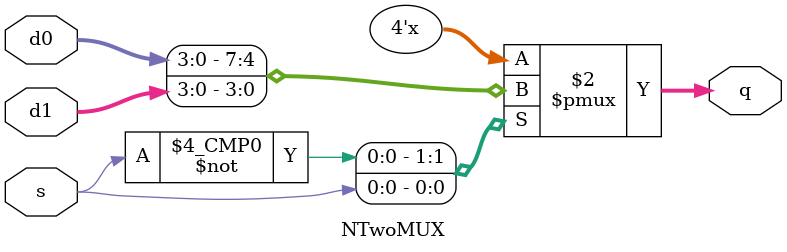
<source format=sv>
module NTwoMUX #(parameter N = 4)
					 (input logic s,
					 input logic[N-1:0] d0, d1,
                output logic[N-1:0] q);
always_comb
  case(s)
    //                                           
    0:       q = d0;
    1:       q = d1;
    default: q = 'b0;
  endcase
  
endmodule

</source>
